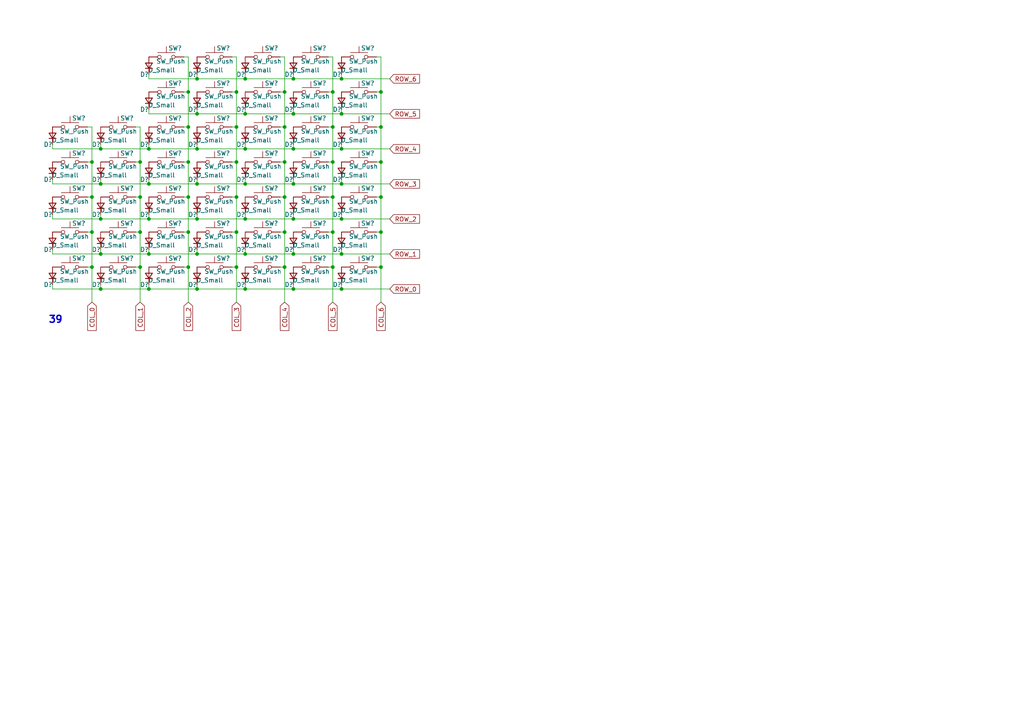
<source format=kicad_sch>
(kicad_sch (version 20211123) (generator eeschema)
  (paper "A4")
  (lib_symbols
    (symbol "Device:D_Small" (pin_numbers hide) (pin_names (offset 0.254) hide)
      (property "Reference" "D" (at -1.27 2.032 0))
      (property "Value" "D_Small" (at -3.81 -2.032 0))
      (symbol "D_Small_0_1"
        (polyline (pts (xy -0.762 -1.016) (xy -0.762 1.016)) (stroke (width 0.254)))
        (polyline (pts (xy -0.762 0) (xy 0.762 0)))
        (polyline (pts (xy 0.762 -1.016) (xy -0.762 0) (xy 0.762 1.016) (xy 0.762 -1.016)) (stroke (width 0.254)))
      )
      (symbol "D_Small_1_1"
        (pin passive line (at -2.54 0 0) (length 1.778) (name "K") (number "1"))
        (pin passive line (at 2.54 0 180) (length 1.778) (name "A") (number "2"))
      )
    )
    (symbol "Switch:SW_Push" (pin_numbers hide) (pin_names (offset 1.016) hide)
      (property "Reference" "SW" (at 1.27 2.54 0))
      (property "Value" "SW_Push" (at 0 -1.524 0))
      (symbol "SW_Push_0_1"
        (circle (center -2.032 0) (radius 0.508))
        (polyline (pts (xy 0 1.27) (xy 0 3.048)))
        (polyline (pts (xy 2.54 1.27) (xy -2.54 1.27)))
        (circle (center 2.032 0) (radius 0.508))
        (pin passive line (at -5.08 0 0) (length 2.54) (name "1") (number "1"))
        (pin passive line (at 5.08 0 180) (length 2.54) (name "2") (number "2"))
      )
    )
  )
  (junction (at 82.55 26.67))
  (junction (at 85.09 43.18))
  (junction (at 82.55 77.47))
  (junction (at 68.58 36.83))
  (junction (at 54.61 57.15))
  (junction (at 110.49 26.67))
  (junction (at 85.09 73.66))
  (junction (at 54.61 77.47))
  (junction (at 110.49 46.99))
  (junction (at 82.55 36.83))
  (junction (at 26.67 77.47))
  (junction (at 82.55 46.99))
  (junction (at 26.67 46.99))
  (junction (at 99.06 53.34))
  (junction (at 43.18 83.82))
  (junction (at 57.15 53.34))
  (junction (at 85.09 33.02))
  (junction (at 96.52 26.67))
  (junction (at 99.06 83.82))
  (junction (at 96.52 67.31))
  (junction (at 71.12 43.18))
  (junction (at 29.21 53.34))
  (junction (at 110.49 36.83))
  (junction (at 71.12 83.82))
  (junction (at 110.49 67.31))
  (junction (at 68.58 77.47))
  (junction (at 96.52 57.15))
  (junction (at 57.15 22.86))
  (junction (at 43.18 63.5))
  (junction (at 43.18 43.18))
  (junction (at 54.61 26.67))
  (junction (at 99.06 63.5))
  (junction (at 40.64 67.31))
  (junction (at 29.21 73.66))
  (junction (at 71.12 22.86))
  (junction (at 43.18 53.34))
  (junction (at 54.61 46.99))
  (junction (at 68.58 67.31))
  (junction (at 71.12 33.02))
  (junction (at 71.12 73.66))
  (junction (at 68.58 57.15))
  (junction (at 85.09 22.86))
  (junction (at 68.58 46.99))
  (junction (at 54.61 36.83))
  (junction (at 71.12 63.5))
  (junction (at 29.21 43.18))
  (junction (at 57.15 63.5))
  (junction (at 71.12 53.34))
  (junction (at 26.67 57.15))
  (junction (at 82.55 67.31))
  (junction (at 57.15 83.82))
  (junction (at 40.64 46.99))
  (junction (at 96.52 36.83))
  (junction (at 68.58 26.67))
  (junction (at 96.52 77.47))
  (junction (at 110.49 77.47))
  (junction (at 110.49 57.15))
  (junction (at 43.18 73.66))
  (junction (at 57.15 33.02))
  (junction (at 29.21 83.82))
  (junction (at 82.55 57.15))
  (junction (at 40.64 57.15))
  (junction (at 99.06 43.18))
  (junction (at 54.61 67.31))
  (junction (at 57.15 43.18))
  (junction (at 40.64 77.47))
  (junction (at 99.06 73.66))
  (junction (at 85.09 53.34))
  (junction (at 85.09 83.82))
  (junction (at 96.52 46.99))
  (junction (at 99.06 33.02))
  (junction (at 99.06 22.86))
  (junction (at 29.21 63.5))
  (junction (at 57.15 73.66))
  (junction (at 26.67 67.31))
  (junction (at 85.09 63.5))
  (wire (pts (xy 15.24 72.39) (xy 15.24 73.66)))
  (wire (pts (xy 25.4 46.99) (xy 26.67 46.99)))
  (wire (pts (xy 68.58 77.47) (xy 68.58 87.63)))
  (wire (pts (xy 85.09 33.02) (xy 99.06 33.02)))
  (wire (pts (xy 85.09 31.75) (xy 85.09 33.02)))
  (wire (pts (xy 43.18 31.75) (xy 43.18 33.02)))
  (wire (pts (xy 29.21 62.23) (xy 29.21 63.5)))
  (wire (pts (xy 110.49 26.67) (xy 110.49 36.83)))
  (wire (pts (xy 99.06 72.39) (xy 99.06 73.66)))
  (wire (pts (xy 85.09 43.18) (xy 99.06 43.18)))
  (wire (pts (xy 29.21 63.5) (xy 43.18 63.5)))
  (wire (pts (xy 85.09 53.34) (xy 99.06 53.34)))
  (wire (pts (xy 57.15 52.07) (xy 57.15 53.34)))
  (wire (pts (xy 43.18 53.34) (xy 57.15 53.34)))
  (wire (pts (xy 95.25 16.51) (xy 96.52 16.51)))
  (wire (pts (xy 68.58 16.51) (xy 68.58 26.67)))
  (wire (pts (xy 57.15 22.86) (xy 71.12 22.86)))
  (wire (pts (xy 99.06 33.02) (xy 113.03 33.02)))
  (wire (pts (xy 57.15 21.59) (xy 57.15 22.86)))
  (wire (pts (xy 26.67 36.83) (xy 26.67 46.99)))
  (wire (pts (xy 54.61 67.31) (xy 54.61 77.47)))
  (wire (pts (xy 71.12 52.07) (xy 71.12 53.34)))
  (wire (pts (xy 25.4 36.83) (xy 26.67 36.83)))
  (wire (pts (xy 53.34 36.83) (xy 54.61 36.83)))
  (wire (pts (xy 29.21 53.34) (xy 43.18 53.34)))
  (wire (pts (xy 99.06 21.59) (xy 99.06 22.86)))
  (wire (pts (xy 43.18 62.23) (xy 43.18 63.5)))
  (wire (pts (xy 109.22 26.67) (xy 110.49 26.67)))
  (wire (pts (xy 43.18 83.82) (xy 57.15 83.82)))
  (wire (pts (xy 71.12 22.86) (xy 85.09 22.86)))
  (wire (pts (xy 109.22 67.31) (xy 110.49 67.31)))
  (wire (pts (xy 96.52 67.31) (xy 96.52 77.47)))
  (wire (pts (xy 85.09 83.82) (xy 99.06 83.82)))
  (wire (pts (xy 29.21 72.39) (xy 29.21 73.66)))
  (wire (pts (xy 109.22 57.15) (xy 110.49 57.15)))
  (wire (pts (xy 82.55 16.51) (xy 82.55 26.67)))
  (wire (pts (xy 71.12 53.34) (xy 85.09 53.34)))
  (wire (pts (xy 29.21 41.91) (xy 29.21 43.18)))
  (wire (pts (xy 71.12 63.5) (xy 85.09 63.5)))
  (wire (pts (xy 85.09 63.5) (xy 99.06 63.5)))
  (wire (pts (xy 25.4 57.15) (xy 26.67 57.15)))
  (wire (pts (xy 57.15 31.75) (xy 57.15 33.02)))
  (wire (pts (xy 99.06 41.91) (xy 99.06 43.18)))
  (wire (pts (xy 71.12 41.91) (xy 71.12 43.18)))
  (wire (pts (xy 81.28 67.31) (xy 82.55 67.31)))
  (wire (pts (xy 81.28 36.83) (xy 82.55 36.83)))
  (wire (pts (xy 39.37 57.15) (xy 40.64 57.15)))
  (wire (pts (xy 99.06 52.07) (xy 99.06 53.34)))
  (wire (pts (xy 82.55 26.67) (xy 82.55 36.83)))
  (wire (pts (xy 39.37 77.47) (xy 40.64 77.47)))
  (wire (pts (xy 29.21 52.07) (xy 29.21 53.34)))
  (wire (pts (xy 85.09 41.91) (xy 85.09 43.18)))
  (wire (pts (xy 26.67 77.47) (xy 26.67 87.63)))
  (wire (pts (xy 110.49 16.51) (xy 110.49 26.67)))
  (wire (pts (xy 85.09 22.86) (xy 99.06 22.86)))
  (wire (pts (xy 26.67 46.99) (xy 26.67 57.15)))
  (wire (pts (xy 95.25 26.67) (xy 96.52 26.67)))
  (wire (pts (xy 53.34 57.15) (xy 54.61 57.15)))
  (wire (pts (xy 95.25 57.15) (xy 96.52 57.15)))
  (wire (pts (xy 15.24 53.34) (xy 29.21 53.34)))
  (wire (pts (xy 54.61 46.99) (xy 54.61 57.15)))
  (wire (pts (xy 71.12 83.82) (xy 85.09 83.82)))
  (wire (pts (xy 67.31 67.31) (xy 68.58 67.31)))
  (wire (pts (xy 43.18 21.59) (xy 43.18 22.86)))
  (wire (pts (xy 40.64 67.31) (xy 40.64 77.47)))
  (wire (pts (xy 29.21 83.82) (xy 43.18 83.82)))
  (wire (pts (xy 15.24 63.5) (xy 29.21 63.5)))
  (wire (pts (xy 110.49 77.47) (xy 110.49 87.63)))
  (wire (pts (xy 39.37 67.31) (xy 40.64 67.31)))
  (wire (pts (xy 40.64 36.83) (xy 40.64 46.99)))
  (wire (pts (xy 40.64 57.15) (xy 40.64 67.31)))
  (wire (pts (xy 71.12 62.23) (xy 71.12 63.5)))
  (wire (pts (xy 95.25 77.47) (xy 96.52 77.47)))
  (wire (pts (xy 109.22 77.47) (xy 110.49 77.47)))
  (wire (pts (xy 71.12 21.59) (xy 71.12 22.86)))
  (wire (pts (xy 99.06 83.82) (xy 113.03 83.82)))
  (wire (pts (xy 99.06 62.23) (xy 99.06 63.5)))
  (wire (pts (xy 15.24 43.18) (xy 29.21 43.18)))
  (wire (pts (xy 57.15 62.23) (xy 57.15 63.5)))
  (wire (pts (xy 110.49 46.99) (xy 110.49 57.15)))
  (wire (pts (xy 81.28 77.47) (xy 82.55 77.47)))
  (wire (pts (xy 25.4 77.47) (xy 26.67 77.47)))
  (wire (pts (xy 53.34 26.67) (xy 54.61 26.67)))
  (wire (pts (xy 57.15 63.5) (xy 71.12 63.5)))
  (wire (pts (xy 110.49 67.31) (xy 110.49 77.47)))
  (wire (pts (xy 99.06 43.18) (xy 113.03 43.18)))
  (wire (pts (xy 15.24 83.82) (xy 29.21 83.82)))
  (wire (pts (xy 85.09 21.59) (xy 85.09 22.86)))
  (wire (pts (xy 81.28 57.15) (xy 82.55 57.15)))
  (wire (pts (xy 57.15 43.18) (xy 71.12 43.18)))
  (wire (pts (xy 25.4 67.31) (xy 26.67 67.31)))
  (wire (pts (xy 26.67 67.31) (xy 26.67 77.47)))
  (wire (pts (xy 71.12 43.18) (xy 85.09 43.18)))
  (wire (pts (xy 71.12 33.02) (xy 85.09 33.02)))
  (wire (pts (xy 67.31 36.83) (xy 68.58 36.83)))
  (wire (pts (xy 82.55 77.47) (xy 82.55 87.63)))
  (wire (pts (xy 39.37 46.99) (xy 40.64 46.99)))
  (wire (pts (xy 57.15 53.34) (xy 71.12 53.34)))
  (wire (pts (xy 15.24 82.55) (xy 15.24 83.82)))
  (wire (pts (xy 82.55 46.99) (xy 82.55 57.15)))
  (wire (pts (xy 67.31 77.47) (xy 68.58 77.47)))
  (wire (pts (xy 68.58 67.31) (xy 68.58 77.47)))
  (wire (pts (xy 82.55 57.15) (xy 82.55 67.31)))
  (wire (pts (xy 95.25 46.99) (xy 96.52 46.99)))
  (wire (pts (xy 99.06 53.34) (xy 113.03 53.34)))
  (wire (pts (xy 71.12 31.75) (xy 71.12 33.02)))
  (wire (pts (xy 67.31 26.67) (xy 68.58 26.67)))
  (wire (pts (xy 15.24 73.66) (xy 29.21 73.66)))
  (wire (pts (xy 29.21 43.18) (xy 43.18 43.18)))
  (wire (pts (xy 43.18 72.39) (xy 43.18 73.66)))
  (wire (pts (xy 99.06 31.75) (xy 99.06 33.02)))
  (wire (pts (xy 81.28 16.51) (xy 82.55 16.51)))
  (wire (pts (xy 43.18 82.55) (xy 43.18 83.82)))
  (wire (pts (xy 54.61 36.83) (xy 54.61 46.99)))
  (wire (pts (xy 96.52 46.99) (xy 96.52 57.15)))
  (wire (pts (xy 29.21 73.66) (xy 43.18 73.66)))
  (wire (pts (xy 15.24 41.91) (xy 15.24 43.18)))
  (wire (pts (xy 53.34 46.99) (xy 54.61 46.99)))
  (wire (pts (xy 43.18 63.5) (xy 57.15 63.5)))
  (wire (pts (xy 95.25 36.83) (xy 96.52 36.83)))
  (wire (pts (xy 68.58 26.67) (xy 68.58 36.83)))
  (wire (pts (xy 96.52 77.47) (xy 96.52 87.63)))
  (wire (pts (xy 71.12 73.66) (xy 85.09 73.66)))
  (wire (pts (xy 99.06 73.66) (xy 113.03 73.66)))
  (wire (pts (xy 57.15 33.02) (xy 71.12 33.02)))
  (wire (pts (xy 40.64 46.99) (xy 40.64 57.15)))
  (wire (pts (xy 96.52 57.15) (xy 96.52 67.31)))
  (wire (pts (xy 57.15 41.91) (xy 57.15 43.18)))
  (wire (pts (xy 95.25 67.31) (xy 96.52 67.31)))
  (wire (pts (xy 71.12 82.55) (xy 71.12 83.82)))
  (wire (pts (xy 57.15 82.55) (xy 57.15 83.82)))
  (wire (pts (xy 109.22 46.99) (xy 110.49 46.99)))
  (wire (pts (xy 26.67 57.15) (xy 26.67 67.31)))
  (wire (pts (xy 54.61 16.51) (xy 54.61 26.67)))
  (wire (pts (xy 71.12 72.39) (xy 71.12 73.66)))
  (wire (pts (xy 57.15 73.66) (xy 71.12 73.66)))
  (wire (pts (xy 85.09 82.55) (xy 85.09 83.82)))
  (wire (pts (xy 109.22 16.51) (xy 110.49 16.51)))
  (wire (pts (xy 85.09 52.07) (xy 85.09 53.34)))
  (wire (pts (xy 81.28 46.99) (xy 82.55 46.99)))
  (wire (pts (xy 67.31 57.15) (xy 68.58 57.15)))
  (wire (pts (xy 85.09 72.39) (xy 85.09 73.66)))
  (wire (pts (xy 68.58 36.83) (xy 68.58 46.99)))
  (wire (pts (xy 68.58 46.99) (xy 68.58 57.15)))
  (wire (pts (xy 43.18 33.02) (xy 57.15 33.02)))
  (wire (pts (xy 85.09 73.66) (xy 99.06 73.66)))
  (wire (pts (xy 54.61 77.47) (xy 54.61 87.63)))
  (wire (pts (xy 99.06 22.86) (xy 113.03 22.86)))
  (wire (pts (xy 53.34 67.31) (xy 54.61 67.31)))
  (wire (pts (xy 43.18 41.91) (xy 43.18 43.18)))
  (wire (pts (xy 57.15 72.39) (xy 57.15 73.66)))
  (wire (pts (xy 99.06 82.55) (xy 99.06 83.82)))
  (wire (pts (xy 53.34 16.51) (xy 54.61 16.51)))
  (wire (pts (xy 81.28 26.67) (xy 82.55 26.67)))
  (wire (pts (xy 82.55 36.83) (xy 82.55 46.99)))
  (wire (pts (xy 85.09 62.23) (xy 85.09 63.5)))
  (wire (pts (xy 109.22 36.83) (xy 110.49 36.83)))
  (wire (pts (xy 67.31 46.99) (xy 68.58 46.99)))
  (wire (pts (xy 67.31 16.51) (xy 68.58 16.51)))
  (wire (pts (xy 110.49 57.15) (xy 110.49 67.31)))
  (wire (pts (xy 82.55 67.31) (xy 82.55 77.47)))
  (wire (pts (xy 43.18 22.86) (xy 57.15 22.86)))
  (wire (pts (xy 96.52 36.83) (xy 96.52 46.99)))
  (wire (pts (xy 68.58 57.15) (xy 68.58 67.31)))
  (wire (pts (xy 54.61 26.67) (xy 54.61 36.83)))
  (wire (pts (xy 39.37 36.83) (xy 40.64 36.83)))
  (wire (pts (xy 15.24 52.07) (xy 15.24 53.34)))
  (wire (pts (xy 99.06 63.5) (xy 113.03 63.5)))
  (wire (pts (xy 43.18 52.07) (xy 43.18 53.34)))
  (wire (pts (xy 110.49 36.83) (xy 110.49 46.99)))
  (wire (pts (xy 43.18 43.18) (xy 57.15 43.18)))
  (wire (pts (xy 57.15 83.82) (xy 71.12 83.82)))
  (wire (pts (xy 96.52 16.51) (xy 96.52 26.67)))
  (wire (pts (xy 40.64 77.47) (xy 40.64 87.63)))
  (wire (pts (xy 15.24 62.23) (xy 15.24 63.5)))
  (wire (pts (xy 96.52 26.67) (xy 96.52 36.83)))
  (wire (pts (xy 43.18 73.66) (xy 57.15 73.66)))
  (wire (pts (xy 54.61 57.15) (xy 54.61 67.31)))
  (wire (pts (xy 53.34 77.47) (xy 54.61 77.47)))
  (wire (pts (xy 29.21 82.55) (xy 29.21 83.82)))
  (text "39" (at 13.97 93.98 0) (effects (font (size 2 2) (thickness 0.4) bold) (justify left bottom)))
  (global_label "ROW_6" (shape input) (at 113.03 22.86 0) (property "Intersheet References" "${INTERSHEET_REFS}" (at 121.6721 22.7806 0) (effects (justify left))))
  (global_label "COL_5" (shape input) (at 96.52 87.63 270) (property "Intersheet References" "${INTERSHEET_REFS}" (at 96.4406 95.8488 90) (effects (justify right))))
  (global_label "COL_4" (shape input) (at 82.55 87.63 270) (property "Intersheet References" "${INTERSHEET_REFS}" (at 82.4706 95.8488 90) (effects (justify right))))
  (global_label "COL_3" (shape input) (at 68.58 87.63 270) (property "Intersheet References" "${INTERSHEET_REFS}" (at 68.5006 95.8488 90) (effects (justify right))))
  (global_label "ROW_4" (shape input) (at 113.03 43.18 0) (property "Intersheet References" "${INTERSHEET_REFS}" (at 121.6721 43.1006 0) (effects (justify left))))
  (global_label "ROW_5" (shape input) (at 113.03 33.02 0) (property "Intersheet References" "${INTERSHEET_REFS}" (at 121.6721 32.9406 0) (effects (justify left))))
  (global_label "COL_0" (shape input) (at 26.67 87.63 270) (property "Intersheet References" "${INTERSHEET_REFS}" (at 26.5906 95.8488 90) (effects (justify right))))
  (global_label "ROW_3" (shape input) (at 113.03 53.34 0) (property "Intersheet References" "${INTERSHEET_REFS}" (at 121.6721 53.2606 0) (effects (justify left))))
  (global_label "COL_6" (shape input) (at 110.49 87.63 270) (property "Intersheet References" "${INTERSHEET_REFS}" (at 110.4106 95.8488 90) (effects (justify right))))
  (global_label "ROW_0" (shape input) (at 113.03 83.82 0) (property "Intersheet References" "${INTERSHEET_REFS}" (at 121.6721 83.7406 0) (effects (justify left))))
  (global_label "COL_1" (shape input) (at 40.64 87.63 270) (property "Intersheet References" "${INTERSHEET_REFS}" (at 40.5606 95.8488 90) (effects (justify right))))
  (global_label "COL_2" (shape input) (at 54.61 87.63 270) (property "Intersheet References" "${INTERSHEET_REFS}" (at 54.5306 95.8488 90) (effects (justify right))))
  (global_label "ROW_2" (shape input) (at 113.03 63.5 0) (property "Intersheet References" "${INTERSHEET_REFS}" (at 121.6721 63.4206 0) (effects (justify left))))
  (global_label "ROW_1" (shape input) (at 113.03 73.66 0) (property "Intersheet References" "${INTERSHEET_REFS}" (at 121.6721 73.5806 0) (effects (justify left))))
  (symbol (lib_id "Switch:SW_Push") (at 48.26 67.31 0) (unit 1)
    (property "Reference" "SW?" (at 50.8 64.77 0))
    (property "Value" "SW_Push" (at 49.53 68.58 0))
  )
  (symbol (lib_id "Switch:SW_Push") (at 48.26 46.99 0) (unit 1)
    (property "Reference" "SW?" (at 50.8 44.45 0))
    (property "Value" "SW_Push" (at 49.53 48.26 0))
  )
  (symbol (lib_id "Device:D_Small") (at 15.24 80.01 90) (unit 1)
    (property "Reference" "D?" (at 15.24 82.55 90) (effects (justify left)))
    (property "Value" "D_Small" (at 22.86 81.28 90) (effects (justify left)))
  )
  (symbol (lib_id "Device:D_Small") (at 43.18 19.05 90) (unit 1)
    (property "Reference" "D?" (at 43.18 21.59 90) (effects (justify left)))
    (property "Value" "D_Small" (at 50.8 20.32 90) (effects (justify left)))
  )
  (symbol (lib_id "Switch:SW_Push") (at 34.29 36.83 0) (unit 1)
    (property "Reference" "SW?" (at 36.83 34.29 0))
    (property "Value" "SW_Push" (at 35.56 38.1 0))
  )
  (symbol (lib_id "Switch:SW_Push") (at 34.29 77.47 0) (unit 1)
    (property "Reference" "SW?" (at 36.83 74.93 0))
    (property "Value" "SW_Push" (at 35.56 78.74 0))
  )
  (symbol (lib_id "Device:D_Small") (at 99.06 29.21 90) (unit 1)
    (property "Reference" "D?" (at 99.06 31.75 90) (effects (justify left)))
    (property "Value" "D_Small" (at 106.68 30.48 90) (effects (justify left)))
  )
  (symbol (lib_id "Switch:SW_Push") (at 104.14 36.83 0) (unit 1)
    (property "Reference" "SW?" (at 106.68 34.29 0))
    (property "Value" "SW_Push" (at 105.41 38.1 0))
  )
  (symbol (lib_id "Device:D_Small") (at 71.12 19.05 90) (unit 1)
    (property "Reference" "D?" (at 71.12 21.59 90) (effects (justify left)))
    (property "Value" "D_Small" (at 78.74 20.32 90) (effects (justify left)))
  )
  (symbol (lib_id "Device:D_Small") (at 29.21 59.69 90) (unit 1)
    (property "Reference" "D?" (at 29.21 62.23 90) (effects (justify left)))
    (property "Value" "D_Small" (at 36.83 60.96 90) (effects (justify left)))
  )
  (symbol (lib_id "Switch:SW_Push") (at 34.29 67.31 0) (unit 1)
    (property "Reference" "SW?" (at 36.83 64.77 0))
    (property "Value" "SW_Push" (at 35.56 68.58 0))
  )
  (symbol (lib_id "Device:D_Small") (at 15.24 69.85 90) (unit 1)
    (property "Reference" "D?" (at 15.24 72.39 90) (effects (justify left)))
    (property "Value" "D_Small" (at 22.86 71.12 90) (effects (justify left)))
  )
  (symbol (lib_id "Device:D_Small") (at 43.18 49.53 90) (unit 1)
    (property "Reference" "D?" (at 43.18 52.07 90) (effects (justify left)))
    (property "Value" "D_Small" (at 50.8 50.8 90) (effects (justify left)))
  )
  (symbol (lib_id "Switch:SW_Push") (at 76.2 77.47 0) (unit 1)
    (property "Reference" "SW?" (at 78.74 74.93 0))
    (property "Value" "SW_Push" (at 77.47 78.74 0))
  )
  (symbol (lib_id "Device:D_Small") (at 57.15 29.21 90) (unit 1)
    (property "Reference" "D?" (at 57.15 31.75 90) (effects (justify left)))
    (property "Value" "D_Small" (at 64.77 30.48 90) (effects (justify left)))
  )
  (symbol (lib_id "Switch:SW_Push") (at 104.14 67.31 0) (unit 1)
    (property "Reference" "SW?" (at 106.68 64.77 0))
    (property "Value" "SW_Push" (at 105.41 68.58 0))
  )
  (symbol (lib_id "Device:D_Small") (at 71.12 80.01 90) (unit 1)
    (property "Reference" "D?" (at 71.12 82.55 90) (effects (justify left)))
    (property "Value" "D_Small" (at 78.74 81.28 90) (effects (justify left)))
  )
  (symbol (lib_id "Switch:SW_Push") (at 90.17 36.83 0) (unit 1)
    (property "Reference" "SW?" (at 92.71 34.29 0))
    (property "Value" "SW_Push" (at 91.44 38.1 0))
  )
  (symbol (lib_id "Device:D_Small") (at 85.09 19.05 90) (unit 1)
    (property "Reference" "D?" (at 85.09 21.59 90) (effects (justify left)))
    (property "Value" "D_Small" (at 92.71 20.32 90) (effects (justify left)))
  )
  (symbol (lib_id "Switch:SW_Push") (at 76.2 36.83 0) (unit 1)
    (property "Reference" "SW?" (at 78.74 34.29 0))
    (property "Value" "SW_Push" (at 77.47 38.1 0))
  )
  (symbol (lib_id "Device:D_Small") (at 85.09 39.37 90) (unit 1)
    (property "Reference" "D?" (at 85.09 41.91 90) (effects (justify left)))
    (property "Value" "D_Small" (at 92.71 40.64 90) (effects (justify left)))
  )
  (symbol (lib_id "Device:D_Small") (at 99.06 69.85 90) (unit 1)
    (property "Reference" "D?" (at 99.06 72.39 90) (effects (justify left)))
    (property "Value" "D_Small" (at 106.68 71.12 90) (effects (justify left)))
  )
  (symbol (lib_id "Switch:SW_Push") (at 20.32 57.15 0) (unit 1)
    (property "Reference" "SW?" (at 22.86 54.61 0))
    (property "Value" "SW_Push" (at 21.59 58.42 0))
  )
  (symbol (lib_id "Device:D_Small") (at 57.15 80.01 90) (unit 1)
    (property "Reference" "D?" (at 57.15 82.55 90) (effects (justify left)))
    (property "Value" "D_Small" (at 64.77 81.28 90) (effects (justify left)))
  )
  (symbol (lib_id "Device:D_Small") (at 71.12 69.85 90) (unit 1)
    (property "Reference" "D?" (at 71.12 72.39 90) (effects (justify left)))
    (property "Value" "D_Small" (at 78.74 71.12 90) (effects (justify left)))
  )
  (symbol (lib_id "Switch:SW_Push") (at 104.14 26.67 0) (unit 1)
    (property "Reference" "SW?" (at 106.68 24.13 0))
    (property "Value" "SW_Push" (at 105.41 27.94 0))
  )
  (symbol (lib_id "Switch:SW_Push") (at 62.23 46.99 0) (unit 1)
    (property "Reference" "SW?" (at 64.77 44.45 0))
    (property "Value" "SW_Push" (at 63.5 48.26 0))
  )
  (symbol (lib_id "Switch:SW_Push") (at 76.2 46.99 0) (unit 1)
    (property "Reference" "SW?" (at 78.74 44.45 0))
    (property "Value" "SW_Push" (at 77.47 48.26 0))
  )
  (symbol (lib_id "Device:D_Small") (at 29.21 69.85 90) (unit 1)
    (property "Reference" "D?" (at 29.21 72.39 90) (effects (justify left)))
    (property "Value" "D_Small" (at 36.83 71.12 90) (effects (justify left)))
  )
  (symbol (lib_id "Switch:SW_Push") (at 76.2 67.31 0) (unit 1)
    (property "Reference" "SW?" (at 78.74 64.77 0))
    (property "Value" "SW_Push" (at 77.47 68.58 0))
  )
  (symbol (lib_id "Device:D_Small") (at 99.06 39.37 90) (unit 1)
    (property "Reference" "D?" (at 99.06 41.91 90) (effects (justify left)))
    (property "Value" "D_Small" (at 106.68 40.64 90) (effects (justify left)))
  )
  (symbol (lib_id "Device:D_Small") (at 43.18 59.69 90) (unit 1)
    (property "Reference" "D?" (at 43.18 62.23 90) (effects (justify left)))
    (property "Value" "D_Small" (at 50.8 60.96 90) (effects (justify left)))
  )
  (symbol (lib_id "Switch:SW_Push") (at 62.23 67.31 0) (unit 1)
    (property "Reference" "SW?" (at 64.77 64.77 0))
    (property "Value" "SW_Push" (at 63.5 68.58 0))
  )
  (symbol (lib_id "Device:D_Small") (at 85.09 80.01 90) (unit 1)
    (property "Reference" "D?" (at 85.09 82.55 90) (effects (justify left)))
    (property "Value" "D_Small" (at 92.71 81.28 90) (effects (justify left)))
  )
  (symbol (lib_id "Switch:SW_Push") (at 34.29 46.99 0) (unit 1)
    (property "Reference" "SW?" (at 36.83 44.45 0))
    (property "Value" "SW_Push" (at 35.56 48.26 0))
  )
  (symbol (lib_id "Device:D_Small") (at 71.12 49.53 90) (unit 1)
    (property "Reference" "D?" (at 71.12 52.07 90) (effects (justify left)))
    (property "Value" "D_Small" (at 78.74 50.8 90) (effects (justify left)))
  )
  (symbol (lib_id "Switch:SW_Push") (at 20.32 46.99 0) (unit 1)
    (property "Reference" "SW?" (at 22.86 44.45 0))
    (property "Value" "SW_Push" (at 21.59 48.26 0))
  )
  (symbol (lib_id "Switch:SW_Push") (at 90.17 26.67 0) (unit 1)
    (property "Reference" "SW?" (at 92.71 24.13 0))
    (property "Value" "SW_Push" (at 91.44 27.94 0))
  )
  (symbol (lib_id "Device:D_Small") (at 85.09 49.53 90) (unit 1)
    (property "Reference" "D?" (at 85.09 52.07 90) (effects (justify left)))
    (property "Value" "D_Small" (at 92.71 50.8 90) (effects (justify left)))
  )
  (symbol (lib_id "Device:D_Small") (at 99.06 49.53 90) (unit 1)
    (property "Reference" "D?" (at 99.06 52.07 90) (effects (justify left)))
    (property "Value" "D_Small" (at 106.68 50.8 90) (effects (justify left)))
  )
  (symbol (lib_id "Device:D_Small") (at 29.21 49.53 90) (unit 1)
    (property "Reference" "D?" (at 29.21 52.07 90) (effects (justify left)))
    (property "Value" "D_Small" (at 36.83 50.8 90) (effects (justify left)))
  )
  (symbol (lib_id "Switch:SW_Push") (at 62.23 57.15 0) (unit 1)
    (property "Reference" "SW?" (at 64.77 54.61 0))
    (property "Value" "SW_Push" (at 63.5 58.42 0))
  )
  (symbol (lib_id "Switch:SW_Push") (at 90.17 57.15 0) (unit 1)
    (property "Reference" "SW?" (at 92.71 54.61 0))
    (property "Value" "SW_Push" (at 91.44 58.42 0))
  )
  (symbol (lib_id "Switch:SW_Push") (at 76.2 16.51 0) (unit 1)
    (property "Reference" "SW?" (at 78.74 13.97 0))
    (property "Value" "SW_Push" (at 77.47 17.78 0))
  )
  (symbol (lib_id "Switch:SW_Push") (at 48.26 16.51 0) (unit 1)
    (property "Reference" "SW?" (at 50.8 13.97 0))
    (property "Value" "SW_Push" (at 49.53 17.78 0))
  )
  (symbol (lib_id "Device:D_Small") (at 15.24 39.37 90) (unit 1)
    (property "Reference" "D?" (at 15.24 41.91 90) (effects (justify left)))
    (property "Value" "D_Small" (at 22.86 40.64 90) (effects (justify left)))
  )
  (symbol (lib_id "Device:D_Small") (at 57.15 19.05 90) (unit 1)
    (property "Reference" "D?" (at 57.15 21.59 90) (effects (justify left)))
    (property "Value" "D_Small" (at 64.77 20.32 90) (effects (justify left)))
  )
  (symbol (lib_id "Switch:SW_Push") (at 90.17 46.99 0) (unit 1)
    (property "Reference" "SW?" (at 92.71 44.45 0))
    (property "Value" "SW_Push" (at 91.44 48.26 0))
  )
  (symbol (lib_id "Device:D_Small") (at 43.18 80.01 90) (unit 1)
    (property "Reference" "D?" (at 43.18 82.55 90) (effects (justify left)))
    (property "Value" "D_Small" (at 50.8 81.28 90) (effects (justify left)))
  )
  (symbol (lib_id "Device:D_Small") (at 99.06 19.05 90) (unit 1)
    (property "Reference" "D?" (at 99.06 21.59 90) (effects (justify left)))
    (property "Value" "D_Small" (at 106.68 20.32 90) (effects (justify left)))
  )
  (symbol (lib_id "Switch:SW_Push") (at 62.23 26.67 0) (unit 1)
    (property "Reference" "SW?" (at 64.77 24.13 0))
    (property "Value" "SW_Push" (at 63.5 27.94 0))
  )
  (symbol (lib_id "Switch:SW_Push") (at 104.14 57.15 0) (unit 1)
    (property "Reference" "SW?" (at 106.68 54.61 0))
    (property "Value" "SW_Push" (at 105.41 58.42 0))
  )
  (symbol (lib_id "Switch:SW_Push") (at 104.14 77.47 0) (unit 1)
    (property "Reference" "SW?" (at 106.68 74.93 0))
    (property "Value" "SW_Push" (at 105.41 78.74 0))
  )
  (symbol (lib_id "Device:D_Small") (at 57.15 39.37 90) (unit 1)
    (property "Reference" "D?" (at 57.15 41.91 90) (effects (justify left)))
    (property "Value" "D_Small" (at 64.77 40.64 90) (effects (justify left)))
  )
  (symbol (lib_id "Switch:SW_Push") (at 62.23 16.51 0) (unit 1)
    (property "Reference" "SW?" (at 64.77 13.97 0))
    (property "Value" "SW_Push" (at 63.5 17.78 0))
  )
  (symbol (lib_id "Switch:SW_Push") (at 20.32 67.31 0) (unit 1)
    (property "Reference" "SW?" (at 22.86 64.77 0))
    (property "Value" "SW_Push" (at 21.59 68.58 0))
  )
  (symbol (lib_id "Switch:SW_Push") (at 62.23 36.83 0) (unit 1)
    (property "Reference" "SW?" (at 64.77 34.29 0))
    (property "Value" "SW_Push" (at 63.5 38.1 0))
  )
  (symbol (lib_id "Device:D_Small") (at 85.09 69.85 90) (unit 1)
    (property "Reference" "D?" (at 85.09 72.39 90) (effects (justify left)))
    (property "Value" "D_Small" (at 92.71 71.12 90) (effects (justify left)))
  )
  (symbol (lib_id "Device:D_Small") (at 85.09 29.21 90) (unit 1)
    (property "Reference" "D?" (at 85.09 31.75 90) (effects (justify left)))
    (property "Value" "D_Small" (at 92.71 30.48 90) (effects (justify left)))
  )
  (symbol (lib_id "Switch:SW_Push") (at 20.32 77.47 0) (unit 1)
    (property "Reference" "SW?" (at 22.86 74.93 0))
    (property "Value" "SW_Push" (at 21.59 78.74 0))
  )
  (symbol (lib_id "Device:D_Small") (at 71.12 59.69 90) (unit 1)
    (property "Reference" "D?" (at 71.12 62.23 90) (effects (justify left)))
    (property "Value" "D_Small" (at 78.74 60.96 90) (effects (justify left)))
  )
  (symbol (lib_id "Switch:SW_Push") (at 48.26 77.47 0) (unit 1)
    (property "Reference" "SW?" (at 50.8 74.93 0))
    (property "Value" "SW_Push" (at 49.53 78.74 0))
  )
  (symbol (lib_id "Device:D_Small") (at 43.18 39.37 90) (unit 1)
    (property "Reference" "D?" (at 43.18 41.91 90) (effects (justify left)))
    (property "Value" "D_Small" (at 50.8 40.64 90) (effects (justify left)))
  )
  (symbol (lib_id "Device:D_Small") (at 15.24 59.69 90) (unit 1)
    (property "Reference" "D?" (at 15.24 62.23 90) (effects (justify left)))
    (property "Value" "D_Small" (at 22.86 60.96 90) (effects (justify left)))
  )
  (symbol (lib_id "Switch:SW_Push") (at 20.32 36.83 0) (unit 1)
    (property "Reference" "SW?" (at 22.86 34.29 0))
    (property "Value" "SW_Push" (at 21.59 38.1 0))
  )
  (symbol (lib_id "Switch:SW_Push") (at 48.26 36.83 0) (unit 1)
    (property "Reference" "SW?" (at 50.8 34.29 0))
    (property "Value" "SW_Push" (at 49.53 38.1 0))
  )
  (symbol (lib_id "Device:D_Small") (at 15.24 49.53 90) (unit 1)
    (property "Reference" "D?" (at 15.24 52.07 90) (effects (justify left)))
    (property "Value" "D_Small" (at 22.86 50.8 90) (effects (justify left)))
  )
  (symbol (lib_id "Device:D_Small") (at 29.21 80.01 90) (unit 1)
    (property "Reference" "D?" (at 29.21 82.55 90) (effects (justify left)))
    (property "Value" "D_Small" (at 36.83 81.28 90) (effects (justify left)))
  )
  (symbol (lib_id "Device:D_Small") (at 71.12 39.37 90) (unit 1)
    (property "Reference" "D?" (at 71.12 41.91 90) (effects (justify left)))
    (property "Value" "D_Small" (at 78.74 40.64 90) (effects (justify left)))
  )
  (symbol (lib_id "Switch:SW_Push") (at 48.26 57.15 0) (unit 1)
    (property "Reference" "SW?" (at 50.8 54.61 0))
    (property "Value" "SW_Push" (at 49.53 58.42 0))
  )
  (symbol (lib_id "Device:D_Small") (at 85.09 59.69 90) (unit 1)
    (property "Reference" "D?" (at 85.09 62.23 90) (effects (justify left)))
    (property "Value" "D_Small" (at 92.71 60.96 90) (effects (justify left)))
  )
  (symbol (lib_id "Switch:SW_Push") (at 104.14 46.99 0) (unit 1)
    (property "Reference" "SW?" (at 106.68 44.45 0))
    (property "Value" "SW_Push" (at 105.41 48.26 0))
  )
  (symbol (lib_id "Switch:SW_Push") (at 76.2 26.67 0) (unit 1)
    (property "Reference" "SW?" (at 78.74 24.13 0))
    (property "Value" "SW_Push" (at 77.47 27.94 0))
  )
  (symbol (lib_id "Device:D_Small") (at 99.06 80.01 90) (unit 1)
    (property "Reference" "D?" (at 99.06 82.55 90) (effects (justify left)))
    (property "Value" "D_Small" (at 106.68 81.28 90) (effects (justify left)))
  )
  (symbol (lib_id "Switch:SW_Push") (at 90.17 67.31 0) (unit 1)
    (property "Reference" "SW?" (at 92.71 64.77 0))
    (property "Value" "SW_Push" (at 91.44 68.58 0))
  )
  (symbol (lib_id "Switch:SW_Push") (at 104.14 16.51 0) (unit 1)
    (property "Reference" "SW?" (at 106.68 13.97 0))
    (property "Value" "SW_Push" (at 105.41 17.78 0))
  )
  (symbol (lib_id "Device:D_Small") (at 57.15 49.53 90) (unit 1)
    (property "Reference" "D?" (at 57.15 52.07 90) (effects (justify left)))
    (property "Value" "D_Small" (at 64.77 50.8 90) (effects (justify left)))
  )
  (symbol (lib_id "Device:D_Small") (at 71.12 29.21 90) (unit 1)
    (property "Reference" "D?" (at 71.12 31.75 90) (effects (justify left)))
    (property "Value" "D_Small" (at 78.74 30.48 90) (effects (justify left)))
  )
  (symbol (lib_id "Device:D_Small") (at 57.15 59.69 90) (unit 1)
    (property "Reference" "D?" (at 57.15 62.23 90) (effects (justify left)))
    (property "Value" "D_Small" (at 64.77 60.96 90) (effects (justify left)))
  )
  (symbol (lib_id "Switch:SW_Push") (at 48.26 26.67 0) (unit 1)
    (property "Reference" "SW?" (at 50.8 24.13 0))
    (property "Value" "SW_Push" (at 49.53 27.94 0))
  )
  (symbol (lib_id "Device:D_Small") (at 43.18 29.21 90) (unit 1)
    (property "Reference" "D?" (at 43.18 31.75 90) (effects (justify left)))
    (property "Value" "D_Small" (at 50.8 30.48 90) (effects (justify left)))
  )
  (symbol (lib_id "Switch:SW_Push") (at 62.23 77.47 0) (unit 1)
    (property "Reference" "SW?" (at 64.77 74.93 0))
    (property "Value" "SW_Push" (at 63.5 78.74 0))
  )
  (symbol (lib_id "Device:D_Small") (at 57.15 69.85 90) (unit 1)
    (property "Reference" "D?" (at 57.15 72.39 90) (effects (justify left)))
    (property "Value" "D_Small" (at 64.77 71.12 90) (effects (justify left)))
  )
  (symbol (lib_id "Switch:SW_Push") (at 76.2 57.15 0) (unit 1)
    (property "Reference" "SW?" (at 78.74 54.61 0))
    (property "Value" "SW_Push" (at 77.47 58.42 0))
  )
  (symbol (lib_id "Device:D_Small") (at 43.18 69.85 90) (unit 1)
    (property "Reference" "D?" (at 43.18 72.39 90) (effects (justify left)))
    (property "Value" "D_Small" (at 50.8 71.12 90) (effects (justify left)))
  )
  (symbol (lib_id "Device:D_Small") (at 29.21 39.37 90) (unit 1)
    (property "Reference" "D?" (at 29.21 41.91 90) (effects (justify left)))
    (property "Value" "D_Small" (at 36.83 40.64 90) (effects (justify left)))
  )
  (symbol (lib_id "Switch:SW_Push") (at 90.17 77.47 0) (unit 1)
    (property "Reference" "SW?" (at 92.71 74.93 0))
    (property "Value" "SW_Push" (at 91.44 78.74 0))
  )
  (symbol (lib_id "Switch:SW_Push") (at 34.29 57.15 0) (unit 1)
    (property "Reference" "SW?" (at 36.83 54.61 0))
    (property "Value" "SW_Push" (at 35.56 58.42 0))
  )
  (symbol (lib_id "Device:D_Small") (at 99.06 59.69 90) (unit 1)
    (property "Reference" "D?" (at 99.06 62.23 90) (effects (justify left)))
    (property "Value" "D_Small" (at 106.68 60.96 90) (effects (justify left)))
  )
  (symbol (lib_id "Switch:SW_Push") (at 90.17 16.51 0) (unit 1)
    (property "Reference" "SW?" (at 92.71 13.97 0))
    (property "Value" "SW_Push" (at 91.44 17.78 0))
  )
)
</source>
